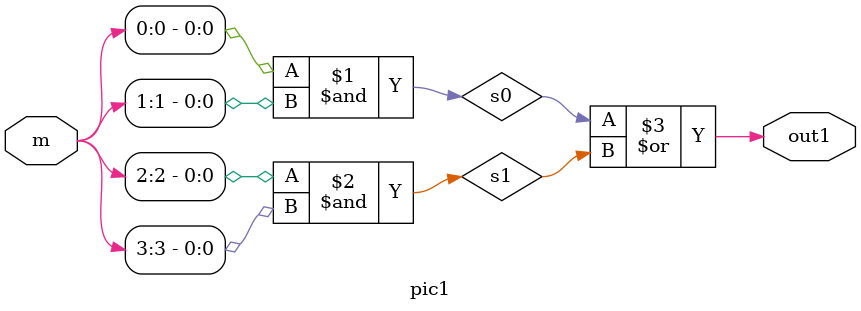
<source format=v>
module pic1(input [3:0] m, output out1);

    wire s0, s1;
    
    and(s0, m[0], m[1]);
    and(s1, m[2], m[3]);
    or(out1, s0, s1);

endmodule
</source>
